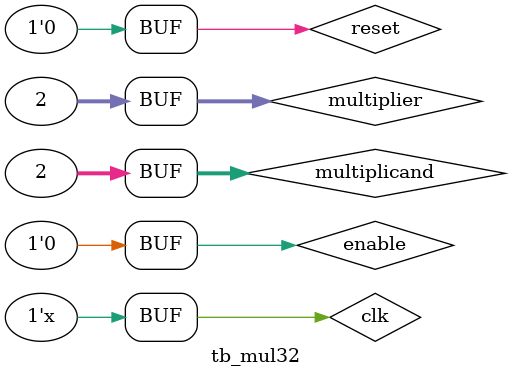
<source format=v>
`timescale 1 ns/10 ps

module tb_mul32 #(parameter N=32);
    reg clk;
    reg reset;
    reg enable;
	reg [N-1:0] multiplier;
	reg [N-1:0] multiplicand;

    wire ready;
	wire [N-1:0] product_upper;
	wire [N-1:0] product_lower;
    wire cout;

	localparam period = 10; // default units is ns

	multiply_32 UUT (.clk(clk), .reset(reset), .enable(enable), .multiplier(multiplier), .multiplicand(multiplicand), 
                        .ready(ready), .product_upper(product_upper), .product_lower(product_lower), .cout(cout));

    // setup clock
    always #(period/2) clk = ~clk;
    
	initial // initial block executes only once
        begin
            clk <= 0;
            reset <= 1;
            enable <= 0;
            multiplier <= 32'b00000000000000000000000000000010;
            multiplicand <= 32'b00000000000000000000000000000010;
            #period; // wait for period 

            reset <= 0;
            enable <= 1;
            #period; // wait for period
            
            enable <= 0;
            #(period*33); // wait for period 

        end
endmodule

</source>
